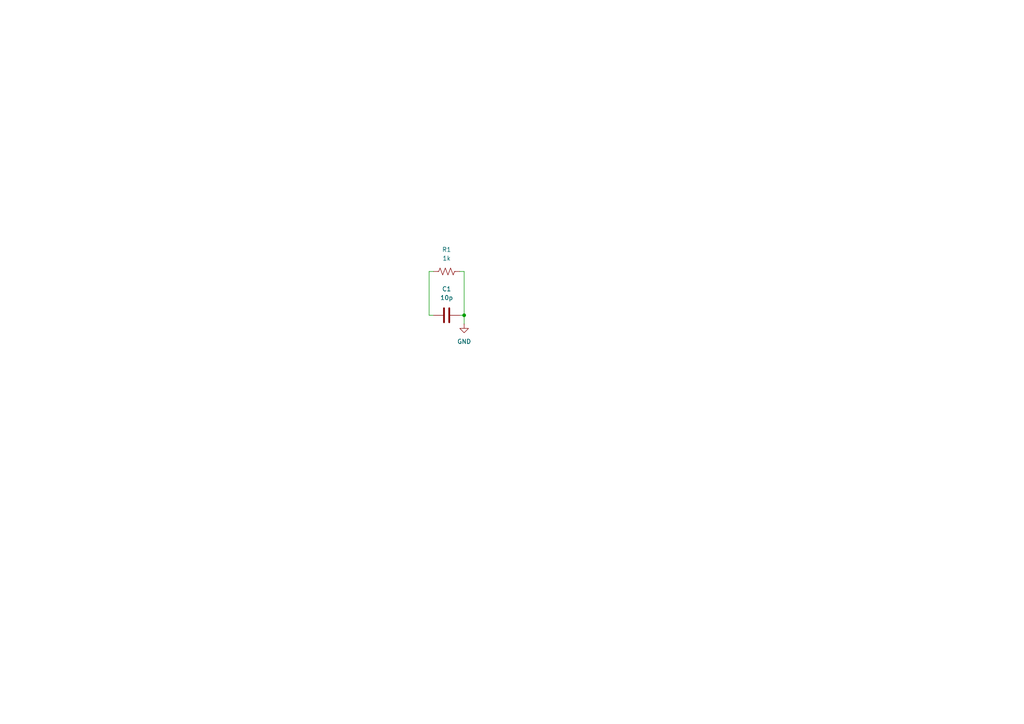
<source format=kicad_sch>
(kicad_sch (version 20250114) (generator "eeschema") (generator_version "9.0")
  (paper "A4")
  (lib_symbols
    (symbol "Device:C" (pin_numbers (hide yes)) (pin_names (offset 0.254))
      (property "Reference" "C" (at 0.635 2.54 0))
      (property "Value" "C" (at 0.635 -2.54 0))
      (symbol "C_0_1"
        (polyline (pts (xy -2.032 0.762) (xy 2.032 0.762)) (stroke (width 0.508)))
        (polyline (pts (xy -2.032 -0.762) (xy 2.032 -0.762)) (stroke (width 0.508)))
      )
      (symbol "C_1_1"
        (pin passive line (at 0 3.81 270) (length 2.794) (name "~") (number "1"))
        (pin passive line (at 0 -3.81 90) (length 2.794) (name "~") (number "2"))
      )
    )
    (symbol "Device:R_US" (pin_numbers (hide yes)) (pin_names (offset 0))
      (property "Reference" "R" (at 2.54 0 90))
      (property "Value" "R_US" (at -2.54 0 90))
      (symbol "R_US_0_1"
        (polyline (pts (xy 0 2.286) (xy 0 2.54)))
        (polyline (pts (xy 0 2.286) (xy 1.016 1.905) (xy 0 1.524) (xy -1.016 1.143) (xy 0 0.762)))
        (polyline (pts (xy 0 0.762) (xy 1.016 0.381) (xy 0 0) (xy -1.016 -0.381) (xy 0 -0.762)))
        (polyline (pts (xy 0 -0.762) (xy 1.016 -1.143) (xy 0 -1.524) (xy -1.016 -1.905) (xy 0 -2.286)))
        (polyline (pts (xy 0 -2.286) (xy 0 -2.54)))
      )
      (symbol "R_US_1_1"
        (pin passive line (at 0 3.81 270) (length 1.27) (name "~") (number "1"))
        (pin passive line (at 0 -3.81 90) (length 1.27) (name "~") (number "2"))
      )
    )
    (symbol "power:GND" (power) (pin_numbers (hide yes)) (pin_names (offset 0) (hide yes))
      (property "Value" "GND" (at 0 -3.81 0))
      (symbol "GND_0_1"
        (polyline (pts (xy 0 0) (xy 0 -1.27) (xy 1.27 -1.27) (xy 0 -2.54) (xy -1.27 -1.27) (xy 0 -1.27)))
      )
      (symbol "GND_1_1"
        (pin power_in line (at 0 0 270) (length 0) (name "~") (number "1"))
      )
    )
  )
  (junction (at 134.62 91.44))
  (wire (pts (xy 134.62 93.98) (xy 134.62 91.44)))
  (wire (pts (xy 134.62 78.74) (xy 134.62 91.44)))
  (wire (pts (xy 134.62 91.44) (xy 133.35 91.44)))
  (wire (pts (xy 133.35 78.74) (xy 134.62 78.74)))
  (wire (pts (xy 125.73 91.44) (xy 124.46 91.44)))
  (wire (pts (xy 124.46 91.44) (xy 124.46 78.74)))
  (wire (pts (xy 124.46 78.74) (xy 125.73 78.74)))
  (symbol (lib_id "Device:R_US") (at 129.54 78.74 90) (unit 1)
    (property "Reference" "R1" (at 129.54 72.39 90))
    (property "Value" "1k" (at 129.54 74.93 90))
    (property "Footprint" "Resistor_SMD:R_1206_3216Metric" (effects (hide yes)))
    (property "Description" "Resistor, US symbol" (effects (hide yes)))
  )
  (symbol (lib_id "power:GND") (at 134.62 93.98 0) (unit 1)
    (property "Reference" "#PWR01" (effects (hide yes)))
    (property "Value" "GND" (at 134.62 99.06 0))
    (property "Description" "Power symbol creates a global label with name \"GND\" , ground" (effects (hide yes)))
  )
  (symbol (lib_id "Device:C") (at 129.54 91.44 90) (unit 1)
    (property "Reference" "C1" (at 129.54 83.82 90))
    (property "Value" "10p" (at 129.54 86.36 90))
    (property "Footprint" "Capacitor_SMD:C_1206_3216Metric" (effects (hide yes)))
    (property "Description" "Unpolarized capacitor" (effects (hide yes)))
  )
)
</source>
